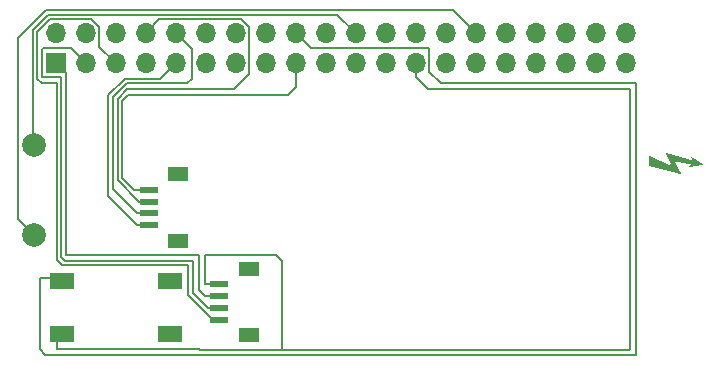
<source format=gtl>
G04 #@! TF.GenerationSoftware,KiCad,Pcbnew,9.0.2*
G04 #@! TF.CreationDate,2025-06-26T16:26:48+10:00*
G04 #@! TF.ProjectId,PiCam HAT,50694361-6d20-4484-9154-2e6b69636164,rev?*
G04 #@! TF.SameCoordinates,Original*
G04 #@! TF.FileFunction,Copper,L1,Top*
G04 #@! TF.FilePolarity,Positive*
%FSLAX46Y46*%
G04 Gerber Fmt 4.6, Leading zero omitted, Abs format (unit mm)*
G04 Created by KiCad (PCBNEW 9.0.2) date 2025-06-26 16:26:48*
%MOMM*%
%LPD*%
G01*
G04 APERTURE LIST*
G04 #@! TA.AperFunction,EtchedComponent*
%ADD10C,0.200000*%
G04 #@! TD*
G04 #@! TA.AperFunction,EtchedComponent*
%ADD11C,0.100000*%
G04 #@! TD*
G04 #@! TA.AperFunction,SMDPad,CuDef*
%ADD12R,1.800000X1.200000*%
G04 #@! TD*
G04 #@! TA.AperFunction,SMDPad,CuDef*
%ADD13R,1.550000X0.600000*%
G04 #@! TD*
G04 #@! TA.AperFunction,ComponentPad*
%ADD14O,1.700000X1.700000*%
G04 #@! TD*
G04 #@! TA.AperFunction,ComponentPad*
%ADD15R,1.700000X1.700000*%
G04 #@! TD*
G04 #@! TA.AperFunction,SMDPad,CuDef*
%ADD16R,2.100000X1.400000*%
G04 #@! TD*
G04 #@! TA.AperFunction,ComponentPad*
%ADD17C,2.000000*%
G04 #@! TD*
G04 #@! TA.AperFunction,Conductor*
%ADD18C,0.200000*%
G04 #@! TD*
G04 APERTURE END LIST*
D10*
X160350000Y-83490000D02*
X160600000Y-83290000D01*
X162230000Y-83380000D02*
X162320000Y-82870000D01*
X160595000Y-83170000D02*
X160845000Y-82970000D01*
D11*
X162386542Y-83029104D02*
X162182813Y-82694406D01*
X163070490Y-83291042D01*
X162022740Y-83509323D01*
X162342886Y-83276489D01*
X160611188Y-83000000D01*
X161207823Y-84120510D01*
X158632104Y-83392906D01*
X158632104Y-82679854D01*
X160625740Y-83538427D01*
X160000000Y-82374260D01*
X162386542Y-83029104D01*
G04 #@! TA.AperFunction,EtchedComponent*
G36*
X162386542Y-83029104D02*
G01*
X162182813Y-82694406D01*
X163070490Y-83291042D01*
X162022740Y-83509323D01*
X162342886Y-83276489D01*
X160611188Y-83000000D01*
X161207823Y-84120510D01*
X158632104Y-83392906D01*
X158632104Y-82679854D01*
X160625740Y-83538427D01*
X160000000Y-82374260D01*
X162386542Y-83029104D01*
G37*
G04 #@! TD.AperFunction*
D12*
X118750000Y-89800000D03*
X118750000Y-84200000D03*
D13*
X116225000Y-88500000D03*
X116225000Y-87500000D03*
X116225000Y-86500000D03*
X116225000Y-85500000D03*
D12*
X124750000Y-97800000D03*
X124750000Y-92200000D03*
D13*
X122225000Y-96500000D03*
X122225000Y-95500000D03*
X122225000Y-94500000D03*
X122225000Y-93500000D03*
D14*
X156630000Y-72230000D03*
X156630000Y-74770000D03*
X154090000Y-72230000D03*
X154090000Y-74770000D03*
X151550000Y-72230000D03*
X151550000Y-74770000D03*
X149010000Y-72230000D03*
X149010000Y-74770000D03*
X146470000Y-72230000D03*
X146470000Y-74770000D03*
X143930000Y-72230000D03*
X143930000Y-74770000D03*
X141390000Y-72230000D03*
X141390000Y-74770000D03*
X138850000Y-72230000D03*
X138850000Y-74770000D03*
X136310000Y-72230000D03*
X136310000Y-74770000D03*
X133770000Y-72230000D03*
X133770000Y-74770000D03*
X131230000Y-72230000D03*
X131230000Y-74770000D03*
X128690000Y-72230000D03*
X128690000Y-74770000D03*
X126150000Y-72230000D03*
X126150000Y-74770000D03*
X123610000Y-72230000D03*
X123610000Y-74770000D03*
X121070000Y-72230000D03*
X121070000Y-74770000D03*
X118530000Y-72230000D03*
X118530000Y-74770000D03*
X115990000Y-72230000D03*
X115990000Y-74770000D03*
X113450000Y-72230000D03*
X113450000Y-74770000D03*
X110910000Y-72230000D03*
X110910000Y-74770000D03*
X108370000Y-72230000D03*
D15*
X108370000Y-74770000D03*
D16*
X108900000Y-93250000D03*
X118000000Y-93250000D03*
X108900000Y-97750000D03*
X118000000Y-97750000D03*
D17*
X106500000Y-81700000D03*
X106500000Y-89300000D03*
D18*
X106500000Y-89300000D02*
X105199000Y-87999000D01*
X105199000Y-87999000D02*
X105199000Y-72639040D01*
X105199000Y-72639040D02*
X107561040Y-70277000D01*
X141977000Y-70277000D02*
X143930000Y-72230000D01*
X107561040Y-70277000D02*
X141977000Y-70277000D01*
X107727140Y-70678000D02*
X132218000Y-70678000D01*
X113450000Y-74770000D02*
X112061000Y-73381000D01*
X121682900Y-96500000D02*
X122225000Y-96500000D01*
X108901000Y-91901000D02*
X119599000Y-91901000D01*
X112061000Y-73381000D02*
X112061000Y-71753240D01*
X112061000Y-71753240D02*
X111386760Y-71079000D01*
X106818000Y-72154240D02*
X106818000Y-76087100D01*
X111386760Y-71079000D02*
X107893240Y-71079000D01*
X108438000Y-76500000D02*
X108438000Y-91438000D01*
X106818000Y-76087100D02*
X107230900Y-76500000D01*
X108438000Y-91438000D02*
X108901000Y-91901000D01*
X107230900Y-76500000D02*
X108438000Y-76500000D01*
X107893240Y-71079000D02*
X106818000Y-72154240D01*
X119599000Y-91901000D02*
X119599000Y-94416100D01*
X119599000Y-94416100D02*
X121682900Y-96500000D01*
X106500000Y-81700000D02*
X106417000Y-81617000D01*
X106417000Y-71988140D02*
X107727140Y-70678000D01*
X106417000Y-81617000D02*
X106417000Y-71988140D01*
X132218000Y-70678000D02*
X133770000Y-72230000D01*
X110910000Y-74770000D02*
X109640000Y-73500000D01*
X109172900Y-91500000D02*
X120000000Y-91500000D01*
X120000000Y-94250000D02*
X121250000Y-95500000D01*
X109640000Y-73500000D02*
X107338000Y-73500000D01*
X121250000Y-95500000D02*
X122225000Y-95500000D01*
X107338000Y-73500000D02*
X107219000Y-73619000D01*
X108839000Y-75921000D02*
X108839000Y-91166100D01*
X107219000Y-75921000D02*
X108839000Y-75921000D01*
X120000000Y-91500000D02*
X120000000Y-94250000D01*
X107219000Y-73619000D02*
X107219000Y-75921000D01*
X108839000Y-91166100D02*
X109172900Y-91500000D01*
X120500000Y-99000000D02*
X108500000Y-99000000D01*
X120599000Y-99099000D02*
X120500000Y-99000000D01*
X108500000Y-99000000D02*
X108500000Y-98150000D01*
X108500000Y-98150000D02*
X108900000Y-97750000D01*
X128690000Y-72230000D02*
X129960000Y-73500000D01*
X108650000Y-93000000D02*
X108900000Y-93250000D01*
X129960000Y-73500000D02*
X140000000Y-73500000D01*
X140000000Y-73500000D02*
X140000000Y-75500000D01*
X157500000Y-99500000D02*
X107500000Y-99500000D01*
X140000000Y-75500000D02*
X141000000Y-76500000D01*
X141000000Y-76500000D02*
X157500000Y-76500000D01*
X107000000Y-93000000D02*
X108650000Y-93000000D01*
X157500000Y-76500000D02*
X157500000Y-99500000D01*
X107000000Y-99000000D02*
X107000000Y-93000000D01*
X107500000Y-99500000D02*
X107000000Y-99000000D01*
X122225000Y-94500000D02*
X121000000Y-94500000D01*
X109240000Y-91000000D02*
X109240000Y-75640000D01*
X120500000Y-91000000D02*
X109240000Y-91000000D01*
X120500000Y-94000000D02*
X120500000Y-91000000D01*
X121000000Y-94500000D02*
X120500000Y-94000000D01*
X109240000Y-75640000D02*
X108370000Y-74770000D01*
X127000000Y-91000000D02*
X127500000Y-91500000D01*
X121000000Y-91000000D02*
X127000000Y-91000000D01*
X156901000Y-99099000D02*
X127500000Y-99099000D01*
X122225000Y-93500000D02*
X121000000Y-93500000D01*
X121000000Y-93500000D02*
X121000000Y-91000000D01*
X127500000Y-91500000D02*
X127500000Y-99099000D01*
X113599000Y-84666100D02*
X115432900Y-86500000D01*
X115432900Y-86500000D02*
X116225000Y-86500000D01*
X114000000Y-84500000D02*
X115000000Y-85500000D01*
X115000000Y-85500000D02*
X116225000Y-85500000D01*
X114000000Y-78000000D02*
X114000000Y-84500000D01*
X157000000Y-77000000D02*
X139877919Y-77000000D01*
X138850000Y-75972081D02*
X138850000Y-74770000D01*
X139877919Y-77000000D02*
X138850000Y-75972081D01*
X157000000Y-99000000D02*
X156901000Y-99099000D01*
X157000000Y-77000000D02*
X157000000Y-99000000D01*
X127500000Y-99099000D02*
X120599000Y-99099000D01*
X112797000Y-77501700D02*
X114199700Y-76099000D01*
X114199700Y-76099000D02*
X117201000Y-76099000D01*
X117201000Y-76099000D02*
X118530000Y-74770000D01*
X114365800Y-76500000D02*
X119500000Y-76500000D01*
X113198000Y-77667800D02*
X114365800Y-76500000D01*
X119500000Y-76500000D02*
X119919000Y-76081000D01*
X119919000Y-76081000D02*
X119919000Y-73619000D01*
X119919000Y-73619000D02*
X118530000Y-72230000D01*
X114500000Y-77500000D02*
X128000000Y-77500000D01*
X128000000Y-77500000D02*
X128690000Y-76810000D01*
X114000000Y-78000000D02*
X114500000Y-77500000D01*
X128690000Y-76810000D02*
X128690000Y-74770000D01*
X124761000Y-71753240D02*
X124086760Y-71079000D01*
X124086760Y-71079000D02*
X117141000Y-71079000D01*
X124761000Y-75739000D02*
X124761000Y-71753240D01*
X117141000Y-71079000D02*
X115990000Y-72230000D01*
X123500000Y-77000000D02*
X124761000Y-75739000D01*
X114432900Y-77000000D02*
X123500000Y-77000000D01*
X113599000Y-77833900D02*
X114432900Y-77000000D01*
X113599000Y-77833900D02*
X113599000Y-84666100D01*
X115250000Y-87500000D02*
X116225000Y-87500000D01*
X113198000Y-85448000D02*
X115250000Y-87500000D01*
X113198000Y-77667800D02*
X113198000Y-85448000D01*
X115250000Y-88500000D02*
X116225000Y-88500000D01*
X112797000Y-86047000D02*
X115250000Y-88500000D01*
X112797000Y-77501700D02*
X112797000Y-86047000D01*
X110910000Y-74342900D02*
X110910000Y-74770000D01*
M02*

</source>
